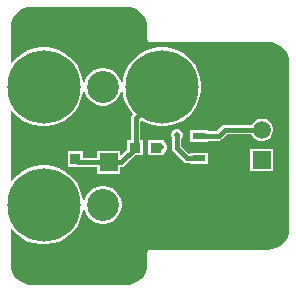
<source format=gtl>
G04*
G04 #@! TF.GenerationSoftware,Altium Limited,Altium Designer,21.7.2 (23)*
G04*
G04 Layer_Physical_Order=1*
G04 Layer_Color=255*
%FSLAX25Y25*%
%MOIN*%
G70*
G04*
G04 #@! TF.SameCoordinates,2E91784B-995A-45F4-8D6C-50379365C1DD*
G04*
G04*
G04 #@! TF.FilePolarity,Positive*
G04*
G01*
G75*
%ADD14R,0.03800X0.03500*%
%ADD15R,0.03500X0.03800*%
%ADD16R,0.04213X0.02362*%
%ADD25C,0.01500*%
%ADD26C,0.05906*%
%ADD27R,0.05906X0.05906*%
%ADD28C,0.01968*%
%ADD29C,0.10630*%
%ADD30C,0.24410*%
G36*
X367995Y352185D02*
X369370Y352049D01*
X370691Y351648D01*
X371909Y350997D01*
X372977Y350121D01*
X373853Y349054D01*
X374504Y347835D01*
X374905Y346514D01*
X375041Y345139D01*
X375041D01*
Y341202D01*
X375104Y340885D01*
X375283Y340616D01*
X375552Y340437D01*
X375869Y340374D01*
X415239D01*
Y340374D01*
X416614Y340238D01*
X417935Y339837D01*
X419153Y339186D01*
X420221Y338310D01*
X421097Y337243D01*
X421748Y336024D01*
X422149Y334703D01*
X422285Y333328D01*
X422285D01*
Y278210D01*
X422285D01*
X422149Y276835D01*
X421748Y275514D01*
X421097Y274296D01*
X420221Y273228D01*
X419153Y272352D01*
X417935Y271701D01*
X416614Y271300D01*
X415239Y271164D01*
Y271164D01*
X375869D01*
X375552Y271101D01*
X375283Y270922D01*
X375104Y270653D01*
X375041Y270336D01*
Y266399D01*
X375041D01*
X374905Y265024D01*
X374504Y263703D01*
X373853Y262485D01*
X372977Y261417D01*
X371909Y260541D01*
X370691Y259890D01*
X369370Y259489D01*
X367995Y259353D01*
Y259353D01*
X336499D01*
Y259353D01*
X335124Y259489D01*
X333803Y259890D01*
X332585Y260541D01*
X331517Y261417D01*
X330641Y262485D01*
X329990Y263703D01*
X329589Y265024D01*
X329453Y266399D01*
X329453D01*
Y277953D01*
X329929Y278108D01*
X330376Y277492D01*
X331844Y276024D01*
X333524Y274804D01*
X335373Y273861D01*
X337348Y273220D01*
X339398Y272895D01*
X341474D01*
X343524Y273220D01*
X345499Y273861D01*
X347348Y274804D01*
X349028Y276024D01*
X350496Y277492D01*
X351716Y279171D01*
X352659Y281021D01*
X353300Y282996D01*
X353523Y284403D01*
X354031Y284413D01*
X354064Y284247D01*
X354539Y283100D01*
X355228Y282069D01*
X356105Y281191D01*
X357137Y280502D01*
X358284Y280027D01*
X359501Y279785D01*
X360741D01*
X361959Y280027D01*
X363105Y280502D01*
X364137Y281191D01*
X365014Y282069D01*
X365703Y283100D01*
X366178Y284247D01*
X366420Y285464D01*
Y286704D01*
X366178Y287922D01*
X365703Y289068D01*
X365014Y290100D01*
X364137Y290977D01*
X363105Y291666D01*
X361959Y292141D01*
X360741Y292383D01*
X359501D01*
X358284Y292141D01*
X357137Y291666D01*
X356105Y290977D01*
X355228Y290100D01*
X354539Y289068D01*
X354064Y287922D01*
X354031Y287755D01*
X353523Y287765D01*
X353300Y289173D01*
X352659Y291147D01*
X351716Y292997D01*
X350496Y294676D01*
X349028Y296144D01*
X347348Y297364D01*
X345499Y298307D01*
X343524Y298948D01*
X341474Y299273D01*
X339398D01*
X337348Y298948D01*
X335373Y298307D01*
X333524Y297364D01*
X331844Y296144D01*
X330376Y294676D01*
X329929Y294061D01*
X329453Y294215D01*
Y317323D01*
X329929Y317478D01*
X330376Y316862D01*
X331844Y315394D01*
X333524Y314174D01*
X335373Y313231D01*
X337348Y312590D01*
X339398Y312265D01*
X341474D01*
X343524Y312590D01*
X345499Y313231D01*
X347348Y314174D01*
X349028Y315394D01*
X350496Y316862D01*
X351716Y318542D01*
X352659Y320391D01*
X353300Y322366D01*
X353523Y323773D01*
X354031Y323783D01*
X354064Y323617D01*
X354539Y322470D01*
X355228Y321439D01*
X356105Y320561D01*
X357137Y319872D01*
X358284Y319397D01*
X359501Y319155D01*
X360741D01*
X361959Y319397D01*
X363105Y319872D01*
X364137Y320561D01*
X365014Y321439D01*
X365703Y322470D01*
X366178Y323617D01*
X366211Y323783D01*
X366719Y323773D01*
X366942Y322366D01*
X367583Y320391D01*
X368526Y318542D01*
X369746Y316862D01*
X370215Y316393D01*
X369942Y316119D01*
X369602Y315611D01*
X369482Y315011D01*
Y307637D01*
X368213D01*
Y304479D01*
X366302Y302569D01*
X365840Y302760D01*
Y303940D01*
X358360D01*
Y301767D01*
X353537D01*
Y304087D01*
X348463D01*
Y298713D01*
X351797D01*
X352200Y298633D01*
X358360D01*
Y296460D01*
X365840D01*
Y298633D01*
X366150D01*
X366750Y298752D01*
X367258Y299092D01*
X370729Y302563D01*
X373587D01*
Y307637D01*
X372618D01*
Y313765D01*
X372640Y313798D01*
X373117Y314060D01*
X374743Y313231D01*
X376718Y312590D01*
X378768Y312265D01*
X380844D01*
X382894Y312590D01*
X384869Y313231D01*
X386719Y314174D01*
X388398Y315394D01*
X389866Y316862D01*
X391086Y318542D01*
X392029Y320391D01*
X392670Y322366D01*
X392995Y324416D01*
Y326492D01*
X392670Y328542D01*
X392029Y330517D01*
X391086Y332367D01*
X389866Y334046D01*
X388398Y335514D01*
X386719Y336734D01*
X384869Y337677D01*
X382894Y338318D01*
X380844Y338643D01*
X378768D01*
X376718Y338318D01*
X374743Y337677D01*
X372894Y336734D01*
X371214Y335514D01*
X369746Y334046D01*
X368526Y332367D01*
X367583Y330517D01*
X366942Y328542D01*
X366719Y327135D01*
X366211Y327126D01*
X366178Y327291D01*
X365703Y328438D01*
X365014Y329470D01*
X364137Y330347D01*
X363105Y331036D01*
X361959Y331511D01*
X360741Y331753D01*
X359501D01*
X358284Y331511D01*
X357137Y331036D01*
X356105Y330347D01*
X355228Y329470D01*
X354539Y328438D01*
X354064Y327291D01*
X354031Y327126D01*
X353523Y327135D01*
X353300Y328542D01*
X352659Y330517D01*
X351716Y332367D01*
X350496Y334046D01*
X349028Y335514D01*
X347348Y336734D01*
X345499Y337677D01*
X343524Y338318D01*
X341474Y338643D01*
X339398D01*
X337348Y338318D01*
X335373Y337677D01*
X333524Y336734D01*
X331844Y335514D01*
X330376Y334046D01*
X329929Y333431D01*
X329453Y333585D01*
Y345139D01*
X329453D01*
X329589Y346514D01*
X329990Y347835D01*
X330641Y349054D01*
X331517Y350121D01*
X332585Y350997D01*
X333803Y351648D01*
X335124Y352049D01*
X336499Y352185D01*
Y352185D01*
X367995D01*
Y352185D01*
D02*
G37*
%LPC*%
G36*
X413592Y314840D02*
X412608D01*
X411656Y314585D01*
X410804Y314093D01*
X410107Y313397D01*
X409686Y312667D01*
X400800D01*
X400200Y312548D01*
X399692Y312208D01*
X398125Y310642D01*
X395132D01*
Y311009D01*
X389345D01*
Y307072D01*
X395132D01*
Y307506D01*
X398774D01*
X399374Y307626D01*
X399882Y307965D01*
X401449Y309532D01*
X409686D01*
X410107Y308804D01*
X410804Y308107D01*
X411656Y307615D01*
X412608Y307360D01*
X413592D01*
X414544Y307615D01*
X415396Y308107D01*
X416093Y308804D01*
X416585Y309656D01*
X416840Y310608D01*
Y311592D01*
X416585Y312544D01*
X416093Y313397D01*
X415396Y314093D01*
X414544Y314585D01*
X413592Y314840D01*
D02*
G37*
G36*
X380487Y307637D02*
X375113D01*
Y302563D01*
X380487D01*
Y303437D01*
X380715Y303531D01*
X381269Y304085D01*
X381569Y304808D01*
Y305592D01*
X381269Y306315D01*
X380715Y306869D01*
X380487Y306963D01*
Y307637D01*
D02*
G37*
G36*
X385192Y311368D02*
X384408D01*
X383685Y311069D01*
X383131Y310515D01*
X382832Y309792D01*
Y309008D01*
X383131Y308285D01*
X383232Y308184D01*
Y305000D01*
X383352Y304400D01*
X383692Y303892D01*
X387132Y300451D01*
X387640Y300112D01*
X388240Y299992D01*
X389345D01*
Y299591D01*
X395132D01*
Y303528D01*
X389345D01*
Y303236D01*
X388845Y303172D01*
X386368Y305649D01*
Y308184D01*
X386469Y308285D01*
X386769Y309008D01*
Y309792D01*
X386469Y310515D01*
X385915Y311069D01*
X385192Y311368D01*
D02*
G37*
G36*
X416840Y304840D02*
X409360D01*
Y297360D01*
X416840D01*
Y304840D01*
D02*
G37*
%LPD*%
D14*
X370900Y305100D02*
D03*
X377800D02*
D03*
D15*
X351000Y301400D02*
D03*
Y308300D02*
D03*
D16*
X401963Y305300D02*
D03*
X392238Y301560D02*
D03*
Y309040D02*
D03*
D25*
X371050Y305100D02*
Y315011D01*
X366150Y300200D02*
X371050Y305100D01*
X370084Y304284D02*
X370900Y305100D01*
X362100Y300200D02*
X366150D01*
X379806Y323767D02*
Y325454D01*
Y321867D02*
Y323767D01*
X352200Y300200D02*
X362100D01*
X371050Y315011D02*
X379806Y323767D01*
X400800Y311100D02*
X413100D01*
X398774Y309074D02*
X400800Y311100D01*
X392272Y309074D02*
X398774D01*
X392238Y309040D02*
X392272Y309074D01*
X384800Y305000D02*
X388240Y301560D01*
X384800Y305000D02*
Y309400D01*
X388240Y301560D02*
X392238D01*
X351000Y301250D02*
X352000Y300250D01*
X352150D01*
X352200Y300200D01*
X351000Y301250D02*
Y301400D01*
D26*
X362100Y310200D02*
D03*
X413100Y311100D02*
D03*
D27*
X362100Y300200D02*
D03*
X413100Y301100D02*
D03*
D28*
X379600Y305200D02*
D03*
X384800Y309400D02*
D03*
D29*
X360121Y286084D02*
D03*
Y325454D02*
D03*
D30*
X340436Y286084D02*
D03*
Y325454D02*
D03*
X379806D02*
D03*
Y286084D02*
D03*
M02*

</source>
